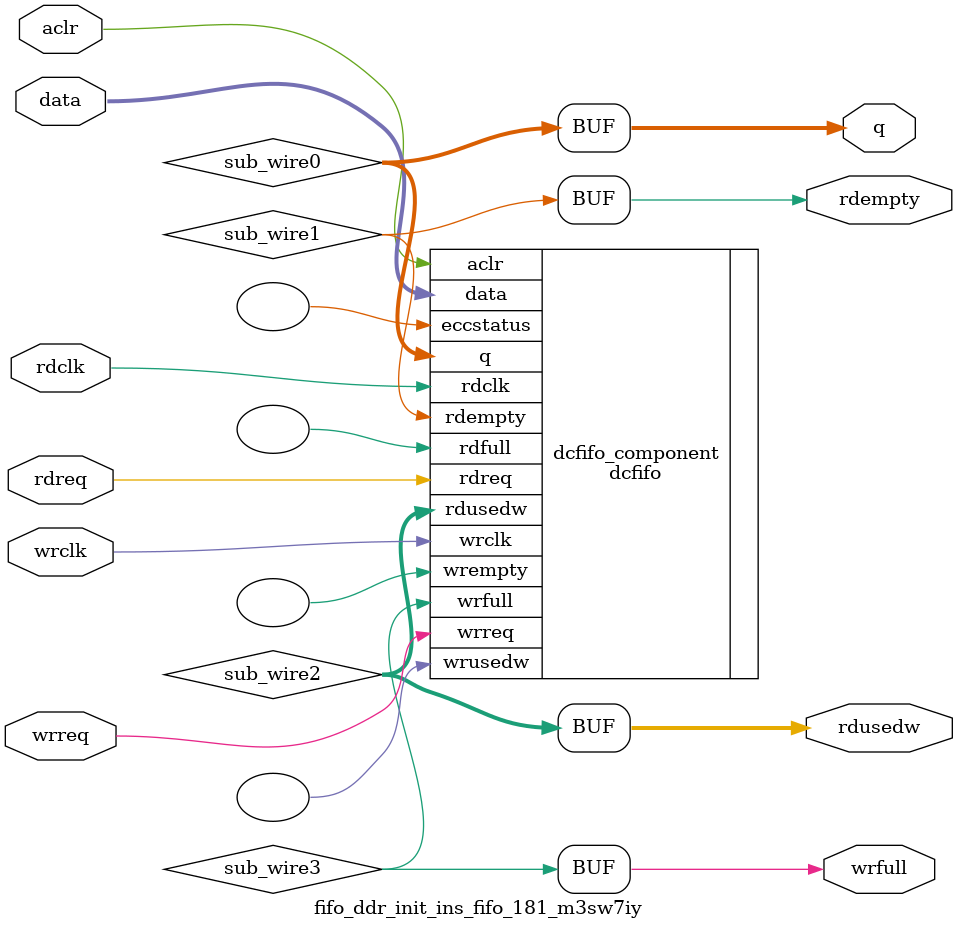
<source format=v>



`timescale 1 ps / 1 ps
// synopsys translate_on
module  fifo_ddr_init_ins_fifo_181_m3sw7iy  (
    aclr,
    data,
    rdclk,
    rdreq,
    wrclk,
    wrreq,
    q,
    rdempty,
    rdusedw,
    wrfull);

    input    aclr;
    input  [160:0]  data;
    input    rdclk;
    input    rdreq;
    input    wrclk;
    input    wrreq;
    output [160:0]  q;
    output   rdempty;
    output [7:0]  rdusedw;
    output   wrfull;
`ifndef ALTERA_RESERVED_QIS
// synopsys translate_off
`endif
    tri0     aclr;
`ifndef ALTERA_RESERVED_QIS
// synopsys translate_on
`endif

    wire [160:0] sub_wire0;
    wire  sub_wire1;
    wire [7:0] sub_wire2;
    wire  sub_wire3;
    wire [160:0] q = sub_wire0[160:0];
    wire  rdempty = sub_wire1;
    wire [7:0] rdusedw = sub_wire2[7:0];
    wire  wrfull = sub_wire3;

    dcfifo  dcfifo_component (
                .aclr (aclr),
                .data (data),
                .rdclk (rdclk),
                .rdreq (rdreq),
                .wrclk (wrclk),
                .wrreq (wrreq),
                .q (sub_wire0),
                .rdempty (sub_wire1),
                .rdusedw (sub_wire2),
                .wrfull (sub_wire3),
                .eccstatus (),
                .rdfull (),
                .wrempty (),
                .wrusedw ());
    defparam
        dcfifo_component.enable_ecc  = "FALSE",
        dcfifo_component.intended_device_family  = "Arria 10",
        dcfifo_component.lpm_hint  = "DISABLE_DCFIFO_EMBEDDED_TIMING_CONSTRAINT=TRUE",
        dcfifo_component.lpm_numwords  = 256,
        dcfifo_component.lpm_showahead  = "ON",
        dcfifo_component.lpm_type  = "dcfifo",
        dcfifo_component.lpm_width  = 161,
        dcfifo_component.lpm_widthu  = 8,
        dcfifo_component.overflow_checking  = "ON",
        dcfifo_component.rdsync_delaypipe  = 4,
        dcfifo_component.read_aclr_synch  = "OFF",
        dcfifo_component.underflow_checking  = "ON",
        dcfifo_component.use_eab  = "ON",
        dcfifo_component.write_aclr_synch  = "OFF",
        dcfifo_component.wrsync_delaypipe  = 4;


endmodule



</source>
